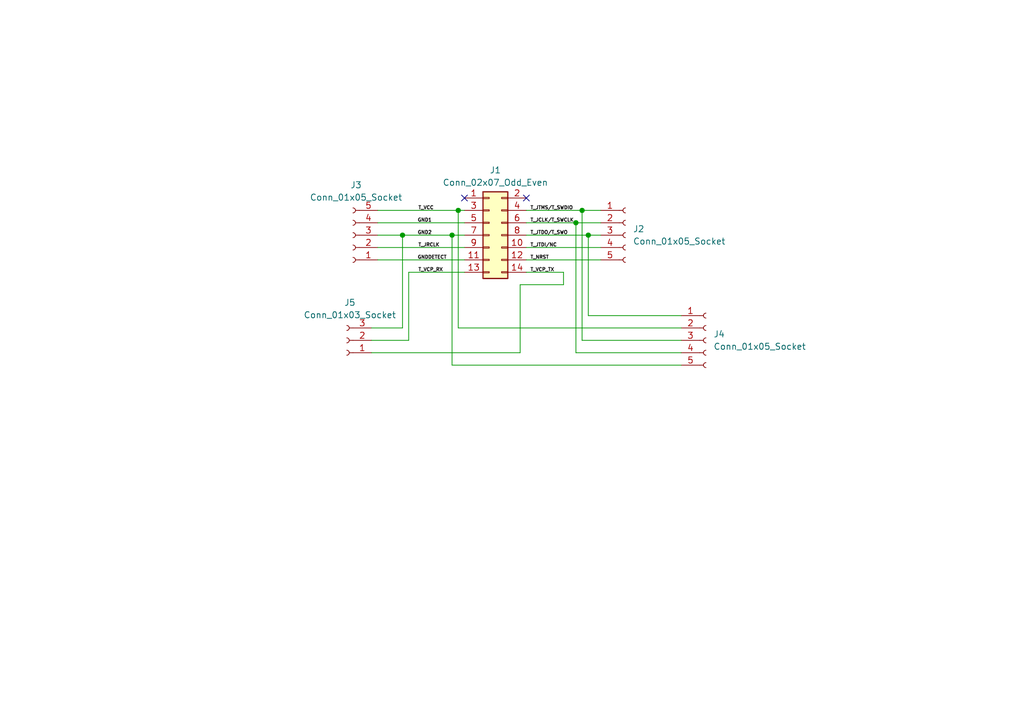
<source format=kicad_sch>
(kicad_sch (version 20230121) (generator eeschema)
  (paper "A5")
  (lib_symbols
    (symbol "Connector:Conn_01x03_Socket" (pin_names (offset 1.016) hide)
      (property "Reference" "J" (at 0 5.08 0))
      (property "Value" "Conn_01x03_Socket" (at 0 -5.08 0))
      (symbol "Conn_01x03_Socket_1_1"
        (arc (start 0 -2.032) (mid -0.5058 -2.54) (end 0 -3.048) (stroke (width 0.1524)))
        (polyline (pts (xy -1.27 -2.54) (xy -0.508 -2.54)) (stroke (width 0.1524)))
        (polyline (pts (xy -1.27 0) (xy -0.508 0)) (stroke (width 0.1524)))
        (polyline (pts (xy -1.27 2.54) (xy -0.508 2.54)) (stroke (width 0.1524)))
        (arc (start 0 0.508) (mid -0.5058 0) (end 0 -0.508) (stroke (width 0.1524)))
        (arc (start 0 3.048) (mid -0.5058 2.54) (end 0 2.032) (stroke (width 0.1524)))
        (pin passive line (at -5.08 2.54 0) (length 3.81) (name "Pin_1") (number "1"))
        (pin passive line (at -5.08 0 0) (length 3.81) (name "Pin_2") (number "2"))
        (pin passive line (at -5.08 -2.54 0) (length 3.81) (name "Pin_3") (number "3"))
      )
    )
    (symbol "Connector:Conn_01x05_Socket" (pin_names (offset 1.016) hide)
      (property "Reference" "J" (at 0 7.62 0))
      (property "Value" "Conn_01x05_Socket" (at 0 -7.62 0))
      (symbol "Conn_01x05_Socket_1_1"
        (arc (start 0 -4.572) (mid -0.5058 -5.08) (end 0 -5.588) (stroke (width 0.1524)))
        (arc (start 0 -2.032) (mid -0.5058 -2.54) (end 0 -3.048) (stroke (width 0.1524)))
        (polyline (pts (xy -1.27 -5.08) (xy -0.508 -5.08)) (stroke (width 0.1524)))
        (polyline (pts (xy -1.27 -2.54) (xy -0.508 -2.54)) (stroke (width 0.1524)))
        (polyline (pts (xy -1.27 0) (xy -0.508 0)) (stroke (width 0.1524)))
        (polyline (pts (xy -1.27 2.54) (xy -0.508 2.54)) (stroke (width 0.1524)))
        (polyline (pts (xy -1.27 5.08) (xy -0.508 5.08)) (stroke (width 0.1524)))
        (arc (start 0 0.508) (mid -0.5058 0) (end 0 -0.508) (stroke (width 0.1524)))
        (arc (start 0 3.048) (mid -0.5058 2.54) (end 0 2.032) (stroke (width 0.1524)))
        (arc (start 0 5.588) (mid -0.5058 5.08) (end 0 4.572) (stroke (width 0.1524)))
        (pin passive line (at -5.08 5.08 0) (length 3.81) (name "Pin_1") (number "1"))
        (pin passive line (at -5.08 2.54 0) (length 3.81) (name "Pin_2") (number "2"))
        (pin passive line (at -5.08 0 0) (length 3.81) (name "Pin_3") (number "3"))
        (pin passive line (at -5.08 -2.54 0) (length 3.81) (name "Pin_4") (number "4"))
        (pin passive line (at -5.08 -5.08 0) (length 3.81) (name "Pin_5") (number "5"))
      )
    )
    (symbol "Connector_Generic:Conn_02x07_Odd_Even" (pin_names (offset 1.016) hide)
      (property "Reference" "J" (at 1.27 10.16 0))
      (property "Value" "Conn_02x07_Odd_Even" (at 1.27 -10.16 0))
      (symbol "Conn_02x07_Odd_Even_1_1"
        (rectangle (start -1.27 -7.493) (end 0 -7.747) (stroke (width 0.1524)))
        (rectangle (start -1.27 -4.953) (end 0 -5.207) (stroke (width 0.1524)))
        (rectangle (start -1.27 -2.413) (end 0 -2.667) (stroke (width 0.1524)))
        (rectangle (start -1.27 0.127) (end 0 -0.127) (stroke (width 0.1524)))
        (rectangle (start -1.27 2.667) (end 0 2.413) (stroke (width 0.1524)))
        (rectangle (start -1.27 5.207) (end 0 4.953) (stroke (width 0.1524)))
        (rectangle (start -1.27 7.747) (end 0 7.493) (stroke (width 0.1524)))
        (rectangle (start -1.27 8.89) (end 3.81 -8.89) (stroke (width 0.254)) (fill (type background)))
        (rectangle (start 3.81 -7.493) (end 2.54 -7.747) (stroke (width 0.1524)))
        (rectangle (start 3.81 -4.953) (end 2.54 -5.207) (stroke (width 0.1524)))
        (rectangle (start 3.81 -2.413) (end 2.54 -2.667) (stroke (width 0.1524)))
        (rectangle (start 3.81 0.127) (end 2.54 -0.127) (stroke (width 0.1524)))
        (rectangle (start 3.81 2.667) (end 2.54 2.413) (stroke (width 0.1524)))
        (rectangle (start 3.81 5.207) (end 2.54 4.953) (stroke (width 0.1524)))
        (rectangle (start 3.81 7.747) (end 2.54 7.493) (stroke (width 0.1524)))
        (pin passive line (at -5.08 7.62 0) (length 3.81) (name "Pin_1") (number "1"))
        (pin passive line (at 7.62 -2.54 180) (length 3.81) (name "Pin_10") (number "10"))
        (pin passive line (at -5.08 -5.08 0) (length 3.81) (name "Pin_11") (number "11"))
        (pin passive line (at 7.62 -5.08 180) (length 3.81) (name "Pin_12") (number "12"))
        (pin passive line (at -5.08 -7.62 0) (length 3.81) (name "Pin_13") (number "13"))
        (pin passive line (at 7.62 -7.62 180) (length 3.81) (name "Pin_14") (number "14"))
        (pin passive line (at 7.62 7.62 180) (length 3.81) (name "Pin_2") (number "2"))
        (pin passive line (at -5.08 5.08 0) (length 3.81) (name "Pin_3") (number "3"))
        (pin passive line (at 7.62 5.08 180) (length 3.81) (name "Pin_4") (number "4"))
        (pin passive line (at -5.08 2.54 0) (length 3.81) (name "Pin_5") (number "5"))
        (pin passive line (at 7.62 2.54 180) (length 3.81) (name "Pin_6") (number "6"))
        (pin passive line (at -5.08 0 0) (length 3.81) (name "Pin_7") (number "7"))
        (pin passive line (at 7.62 0 180) (length 3.81) (name "Pin_8") (number "8"))
        (pin passive line (at -5.08 -2.54 0) (length 3.81) (name "Pin_9") (number "9"))
      )
    )
  )
  (junction (at 93.98 43.18))
  (junction (at 118.11 45.72))
  (junction (at 120.65 48.26))
  (junction (at 82.55 48.26))
  (junction (at 92.71 48.26))
  (junction (at 119.38 43.18))
  (no_connect (at 95.25 40.64))
  (no_connect (at 107.95 40.64))
  (wire (pts (xy 93.98 43.18) (xy 93.98 67.31)))
  (wire (pts (xy 77.47 53.34) (xy 95.25 53.34)))
  (wire (pts (xy 76.2 72.39) (xy 106.68 72.39)))
  (wire (pts (xy 139.7 72.39) (xy 118.11 72.39)))
  (wire (pts (xy 107.95 53.34) (xy 123.19 53.34)))
  (wire (pts (xy 120.65 48.26) (xy 120.65 64.77)))
  (wire (pts (xy 77.47 50.8) (xy 95.25 50.8)))
  (wire (pts (xy 76.2 69.85) (xy 83.82 69.85)))
  (wire (pts (xy 119.38 43.18) (xy 123.19 43.18)))
  (wire (pts (xy 107.95 50.8) (xy 123.19 50.8)))
  (wire (pts (xy 139.7 67.31) (xy 93.98 67.31)))
  (wire (pts (xy 119.38 43.18) (xy 119.38 69.85)))
  (wire (pts (xy 77.47 48.26) (xy 82.55 48.26)))
  (wire (pts (xy 82.55 48.26) (xy 82.55 67.31)))
  (wire (pts (xy 83.82 55.88) (xy 83.82 69.85)))
  (wire (pts (xy 92.71 48.26) (xy 92.71 74.93)))
  (wire (pts (xy 139.7 64.77) (xy 120.65 64.77)))
  (wire (pts (xy 77.47 43.18) (xy 93.98 43.18)))
  (wire (pts (xy 76.2 67.31) (xy 82.55 67.31)))
  (wire (pts (xy 118.11 45.72) (xy 123.19 45.72)))
  (wire (pts (xy 83.82 55.88) (xy 95.25 55.88)))
  (wire (pts (xy 92.71 74.93) (xy 139.7 74.93)))
  (wire (pts (xy 107.95 45.72) (xy 118.11 45.72)))
  (wire (pts (xy 107.95 43.18) (xy 119.38 43.18)))
  (wire (pts (xy 118.11 45.72) (xy 118.11 72.39)))
  (wire (pts (xy 107.95 48.26) (xy 120.65 48.26)))
  (wire (pts (xy 92.71 48.26) (xy 95.25 48.26)))
  (wire (pts (xy 106.68 58.42) (xy 115.57 58.42)))
  (wire (pts (xy 139.7 69.85) (xy 119.38 69.85)))
  (wire (pts (xy 115.57 58.42) (xy 115.57 55.88)))
  (wire (pts (xy 93.98 43.18) (xy 95.25 43.18)))
  (wire (pts (xy 106.68 72.39) (xy 106.68 58.42)))
  (wire (pts (xy 120.65 48.26) (xy 123.19 48.26)))
  (wire (pts (xy 107.95 55.88) (xy 115.57 55.88)))
  (wire (pts (xy 77.47 45.72) (xy 95.25 45.72)))
  (wire (pts (xy 82.55 48.26) (xy 92.71 48.26)))
  (label "GNDDETECT" (at 85.598 53.34 0) (effects (font (size 0.7 0.7))))
  (label "T_JTMS{slash}T_SWDIO" (at 108.712 43.18 0) (effects (font (size 0.7 0.7))))
  (label "T_JRCLK" (at 85.725 50.8 0) (effects (font (size 0.7 0.7))))
  (label "GND2" (at 85.598 48.26 0) (effects (font (size 0.7 0.7))))
  (label "T_JTDI{slash}NC" (at 108.712 50.8 0) (effects (font (size 0.7 0.7))))
  (label "T_VCC" (at 85.725 43.18 0) (effects (font (size 0.7 0.7))))
  (label "T_VCP_TX" (at 108.712 55.88 0) (effects (font (size 0.7 0.7))))
  (label "T_VCP_RX" (at 85.725 55.88 0) (effects (font (size 0.7 0.7))))
  (label "GND1" (at 85.598 45.72 0) (effects (font (size 0.7 0.7))))
  (label "T_JTDO{slash}T_SWO" (at 108.712 48.26 0) (effects (font (size 0.7 0.7))))
  (label "T_JCLK{slash}T_SWCLK" (at 108.712 45.72 0) (effects (font (size 0.7 0.7))))
  (label "T_NRST" (at 108.712 53.34 0) (effects (font (size 0.7 0.7))))
  (symbol (lib_id "Connector:Conn_01x05_Socket") (at 144.78 69.85 0) (unit 1)
    (property "Reference" "J4" (at 146.304 68.58 0) (effects (justify left)))
    (property "Value" "Conn_01x05_Socket" (at 146.304 71.12 0) (effects (justify left)))
    (property "Footprint" "Connector_PinSocket_2.54mm:PinSocket_1x05_P2.54mm_Vertical" (effects hide))
  )
  (symbol (lib_id "Connector:Conn_01x05_Socket") (at 72.39 48.26 180) (unit 1)
    (property "Reference" "J3" (at 73.025 37.973 0))
    (property "Value" "Conn_01x05_Socket" (at 73.025 40.513 0))
    (property "Footprint" "Connector_PinHeader_2.54mm:PinHeader_1x05_P2.54mm_Vertical" (effects hide))
  )
  (symbol (lib_id "Connector:Conn_01x05_Socket") (at 128.27 48.26 0) (unit 1)
    (property "Reference" "J2" (at 129.794 46.99 0) (effects (justify left)))
    (property "Value" "Conn_01x05_Socket" (at 129.794 49.53 0) (effects (justify left)))
    (property "Footprint" "Connector_PinHeader_2.54mm:PinHeader_1x05_P2.54mm_Vertical" (effects hide))
  )
  (symbol (lib_id "Connector_Generic:Conn_02x07_Odd_Even") (at 100.33 48.26 0) (unit 1)
    (property "Reference" "J1" (at 101.6 34.925 0))
    (property "Value" "Conn_02x07_Odd_Even" (at 101.6 37.465 0))
    (property "Footprint" "Connector_PinHeader_1.27mm:PinHeader_2x07_P1.27mm_Vertical_SMD" (effects hide))
    (property "JLC#" "C2881912" (effects hide))
  )
  (symbol (lib_id "Connector:Conn_01x03_Socket") (at 71.12 69.85 180) (unit 1)
    (property "Reference" "J5" (at 71.755 62.103 0))
    (property "Value" "Conn_01x03_Socket" (at 71.755 64.643 0))
    (property "Footprint" "Connector_PinSocket_2.54mm:PinSocket_1x03_P2.54mm_Vertical" (effects hide))
  )
)
</source>
